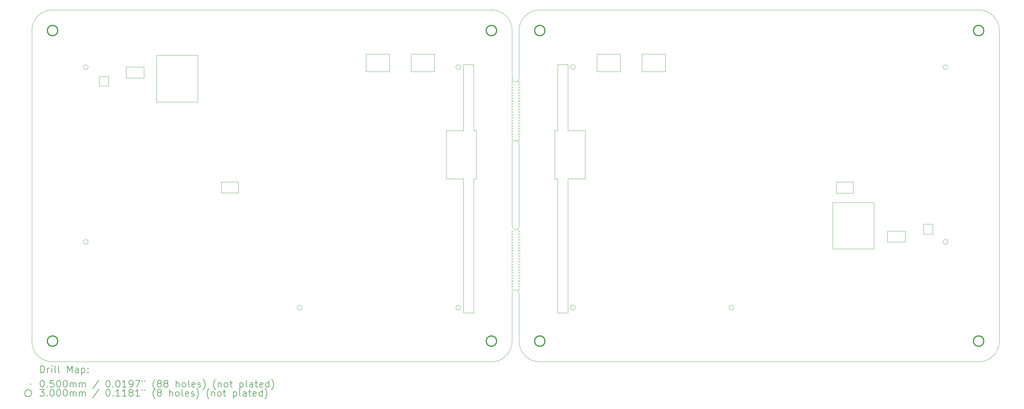
<source format=gbr>
%TF.GenerationSoftware,KiCad,Pcbnew,(6.0.11-0)*%
%TF.CreationDate,2023-02-19T21:32:54+08:00*%
%TF.ProjectId,3.1HeatingElement,332e3148-6561-4746-996e-67456c656d65,rev?*%
%TF.SameCoordinates,Original*%
%TF.FileFunction,Drillmap*%
%TF.FilePolarity,Positive*%
%FSLAX45Y45*%
G04 Gerber Fmt 4.5, Leading zero omitted, Abs format (unit mm)*
G04 Created by KiCad (PCBNEW (6.0.11-0)) date 2023-02-19 21:32:54*
%MOMM*%
%LPD*%
G01*
G04 APERTURE LIST*
%ADD10C,0.050000*%
%ADD11C,0.100000*%
%ADD12C,0.000100*%
%ADD13C,0.200000*%
%ADD14C,0.300000*%
G04 APERTURE END LIST*
D10*
X16809272Y-9597648D02*
X16314272Y-9597648D01*
X15935272Y-8200000D02*
X16014272Y-8200000D01*
X14700000Y-10980000D02*
G75*
G03*
X14900000Y-10980000I100000J0D01*
G01*
X14700000Y-6680000D02*
G75*
G03*
X14900000Y-6680000I100000J0D01*
G01*
X3526323Y-6352939D02*
X4043323Y-6352939D01*
X4043323Y-6352939D02*
X4043323Y-6671939D01*
X4043323Y-6671939D02*
X3526323Y-6671939D01*
X3526323Y-6671939D02*
X3526323Y-6352939D01*
D11*
X14100000Y-14900000D02*
G75*
G03*
X14700000Y-14300000I0J600000D01*
G01*
D10*
X2751694Y-6620345D02*
X3017694Y-6620345D01*
X3017694Y-6620345D02*
X3017694Y-6907845D01*
X3017694Y-6907845D02*
X2751694Y-6907845D01*
X2751694Y-6907845D02*
X2751694Y-6620345D01*
X25555272Y-11109648D02*
X26072272Y-11109648D01*
X26072272Y-11109648D02*
X26072272Y-11428648D01*
X26072272Y-11428648D02*
X25555272Y-11428648D01*
X25555272Y-11428648D02*
X25555272Y-11109648D01*
D12*
X8621978Y-13330000D02*
G75*
G03*
X8621978Y-13330000I-70000J0D01*
G01*
D10*
X16014272Y-13483648D02*
X16314272Y-13483648D01*
X28200000Y-14900000D02*
X15500000Y-14900000D01*
X24073772Y-9689648D02*
X24566772Y-9689648D01*
X24566772Y-9689648D02*
X24566772Y-10008648D01*
X24566772Y-10008648D02*
X24073772Y-10008648D01*
X24073772Y-10008648D02*
X24073772Y-9689648D01*
D11*
X14700000Y-5300000D02*
G75*
G03*
X14100000Y-4700000I-600000J0D01*
G01*
D12*
X27309272Y-11425000D02*
G75*
G03*
X27309272Y-11425000I-70000J0D01*
G01*
D10*
X13286533Y-9597646D02*
X12791533Y-9597646D01*
X15935272Y-8200000D02*
X15935272Y-9597648D01*
X16809272Y-8200000D02*
X16809272Y-9597648D01*
X16314272Y-6283648D02*
X16314272Y-8200000D01*
X14900000Y-12920000D02*
G75*
G03*
X14700000Y-12920000I-100000J0D01*
G01*
X18455272Y-5984648D02*
X19129272Y-5984648D01*
X19129272Y-5984648D02*
X19129272Y-6486648D01*
X19129272Y-6486648D02*
X18455272Y-6486648D01*
X18455272Y-6486648D02*
X18455272Y-5984648D01*
X14900000Y-8585000D02*
X14900000Y-10980000D01*
X16014272Y-6283648D02*
X16314272Y-6283648D01*
X28800000Y-5300000D02*
X28800000Y-14300000D01*
X14700000Y-12920000D02*
X14700000Y-14300000D01*
X13286533Y-8200000D02*
X13286533Y-6283646D01*
D11*
X15500000Y-4700000D02*
G75*
G03*
X14900000Y-5300000I0J-600000D01*
G01*
D10*
X13286533Y-8200000D02*
X12791533Y-8200000D01*
D12*
X16529277Y-6359999D02*
G75*
G03*
X16529277Y-6359999I-70000J0D01*
G01*
D10*
X13586533Y-6283646D02*
X13586533Y-8200000D01*
X800000Y-5300000D02*
X800000Y-14300000D01*
D11*
X14900000Y-14300000D02*
G75*
G03*
X15500000Y-14900000I600000J0D01*
G01*
D10*
X13286533Y-6283646D02*
X13586533Y-6283646D01*
D11*
X1400000Y-4700000D02*
G75*
G03*
X800000Y-5300000I0J-600000D01*
G01*
D10*
X16014272Y-13483648D02*
X16014272Y-9597648D01*
X17151272Y-5983648D02*
X17825272Y-5983648D01*
X17825272Y-5983648D02*
X17825272Y-6485648D01*
X17825272Y-6485648D02*
X17151272Y-6485648D01*
X17151272Y-6485648D02*
X17151272Y-5983648D01*
D12*
X16529276Y-13330000D02*
G75*
G03*
X16529276Y-13330000I-70000J0D01*
G01*
D10*
X14700000Y-6680000D02*
X14700000Y-5300000D01*
D12*
X2430728Y-6360000D02*
G75*
G03*
X2430728Y-6360000I-70000J0D01*
G01*
D10*
X1400000Y-4700000D02*
X14100000Y-4700000D01*
X1400000Y-14900000D02*
X14100000Y-14900000D01*
D12*
X27309272Y-6360000D02*
G75*
G03*
X27309272Y-6360000I-70000J0D01*
G01*
D10*
X16314272Y-9597648D02*
X16314272Y-13483648D01*
D12*
X13210724Y-13330000D02*
G75*
G03*
X13210724Y-13330000I-70000J0D01*
G01*
D10*
X6282803Y-9686893D02*
X6775803Y-9686893D01*
X6775803Y-9686893D02*
X6775803Y-10005893D01*
X6775803Y-10005893D02*
X6282803Y-10005893D01*
X6282803Y-10005893D02*
X6282803Y-9686893D01*
D11*
X28800000Y-5300000D02*
G75*
G03*
X28200000Y-4700000I-600000J0D01*
G01*
D10*
X13286533Y-13483646D02*
X13286533Y-9597646D01*
X5603290Y-7369000D02*
X4412290Y-7369000D01*
X4412290Y-7369000D02*
X4412290Y-6016000D01*
X4412290Y-6016000D02*
X5603290Y-6016000D01*
X5603290Y-6016000D02*
X5603290Y-7369000D01*
X14900000Y-5300000D02*
X14900000Y-6680000D01*
X13586533Y-13483646D02*
X13586533Y-9597646D01*
X13286533Y-13483646D02*
X13586533Y-13483646D01*
X26602272Y-10905898D02*
X26868272Y-10905898D01*
X26868272Y-10905898D02*
X26868272Y-11193398D01*
X26868272Y-11193398D02*
X26602272Y-11193398D01*
X26602272Y-11193398D02*
X26602272Y-10905898D01*
X13586533Y-9597646D02*
X13665533Y-9597646D01*
D11*
X800000Y-14300000D02*
G75*
G03*
X1400000Y-14900000I600000J0D01*
G01*
D10*
X13586533Y-8200000D02*
X13665533Y-8200000D01*
X15935272Y-9597648D02*
X16014272Y-9597648D01*
D12*
X13210723Y-6359999D02*
G75*
G03*
X13210723Y-6359999I-70000J0D01*
G01*
D11*
X28200000Y-14900000D02*
G75*
G03*
X28800000Y-14300000I0J600000D01*
G01*
D12*
X2430728Y-11425000D02*
G75*
G03*
X2430728Y-11425000I-70000J0D01*
G01*
D10*
X13665533Y-9597646D02*
X13665533Y-8200000D01*
X16809272Y-8200000D02*
X16314272Y-8200000D01*
X14900000Y-12920000D02*
X14900000Y-14300000D01*
X16014272Y-8200000D02*
X16014272Y-6283648D01*
X11775533Y-5983646D02*
X12449533Y-5983646D01*
X12449533Y-5983646D02*
X12449533Y-6485646D01*
X12449533Y-6485646D02*
X11775533Y-6485646D01*
X11775533Y-6485646D02*
X11775533Y-5983646D01*
X14900000Y-8585000D02*
G75*
G03*
X14700000Y-8585000I-100000J0D01*
G01*
X23976272Y-10278648D02*
X25167272Y-10278648D01*
X25167272Y-10278648D02*
X25167272Y-11631648D01*
X25167272Y-11631648D02*
X23976272Y-11631648D01*
X23976272Y-11631648D02*
X23976272Y-10278648D01*
D12*
X21118022Y-13330000D02*
G75*
G03*
X21118022Y-13330000I-70000J0D01*
G01*
D10*
X14700000Y-8585000D02*
X14700000Y-10980000D01*
X28200000Y-4700000D02*
X15500000Y-4700000D01*
X10471533Y-5984646D02*
X11145533Y-5984646D01*
X11145533Y-5984646D02*
X11145533Y-6486646D01*
X11145533Y-6486646D02*
X10471533Y-6486646D01*
X10471533Y-6486646D02*
X10471533Y-5984646D01*
X12791533Y-9597646D02*
X12791533Y-8200000D01*
D13*
D10*
X14677500Y-6760000D02*
X14727500Y-6810000D01*
X14727500Y-6760000D02*
X14677500Y-6810000D01*
X14677500Y-6840000D02*
X14727500Y-6890000D01*
X14727500Y-6840000D02*
X14677500Y-6890000D01*
X14677500Y-6920000D02*
X14727500Y-6970000D01*
X14727500Y-6920000D02*
X14677500Y-6970000D01*
X14677500Y-7000000D02*
X14727500Y-7050000D01*
X14727500Y-7000000D02*
X14677500Y-7050000D01*
X14677500Y-7080000D02*
X14727500Y-7130000D01*
X14727500Y-7080000D02*
X14677500Y-7130000D01*
X14677500Y-7160000D02*
X14727500Y-7210000D01*
X14727500Y-7160000D02*
X14677500Y-7210000D01*
X14677500Y-7235000D02*
X14727500Y-7285000D01*
X14727500Y-7235000D02*
X14677500Y-7285000D01*
X14677500Y-7315000D02*
X14727500Y-7365000D01*
X14727500Y-7315000D02*
X14677500Y-7365000D01*
X14677500Y-7395000D02*
X14727500Y-7445000D01*
X14727500Y-7395000D02*
X14677500Y-7445000D01*
X14677500Y-7475000D02*
X14727500Y-7525000D01*
X14727500Y-7475000D02*
X14677500Y-7525000D01*
X14677500Y-7555000D02*
X14727500Y-7605000D01*
X14727500Y-7555000D02*
X14677500Y-7605000D01*
X14677500Y-7635000D02*
X14727500Y-7685000D01*
X14727500Y-7635000D02*
X14677500Y-7685000D01*
X14677500Y-7715000D02*
X14727500Y-7765000D01*
X14727500Y-7715000D02*
X14677500Y-7765000D01*
X14677500Y-7795000D02*
X14727500Y-7845000D01*
X14727500Y-7795000D02*
X14677500Y-7845000D01*
X14677500Y-7875000D02*
X14727500Y-7925000D01*
X14727500Y-7875000D02*
X14677500Y-7925000D01*
X14677500Y-7955000D02*
X14727500Y-8005000D01*
X14727500Y-7955000D02*
X14677500Y-8005000D01*
X14677500Y-8035000D02*
X14727500Y-8085000D01*
X14727500Y-8035000D02*
X14677500Y-8085000D01*
X14677500Y-8115000D02*
X14727500Y-8165000D01*
X14727500Y-8115000D02*
X14677500Y-8165000D01*
X14677500Y-8195000D02*
X14727500Y-8245000D01*
X14727500Y-8195000D02*
X14677500Y-8245000D01*
X14677500Y-8275000D02*
X14727500Y-8325000D01*
X14727500Y-8275000D02*
X14677500Y-8325000D01*
X14677500Y-8355000D02*
X14727500Y-8405000D01*
X14727500Y-8355000D02*
X14677500Y-8405000D01*
X14677500Y-8435000D02*
X14727500Y-8485000D01*
X14727500Y-8435000D02*
X14677500Y-8485000D01*
X14677500Y-11095000D02*
X14727500Y-11145000D01*
X14727500Y-11095000D02*
X14677500Y-11145000D01*
X14677500Y-11175000D02*
X14727500Y-11225000D01*
X14727500Y-11175000D02*
X14677500Y-11225000D01*
X14677500Y-11255000D02*
X14727500Y-11305000D01*
X14727500Y-11255000D02*
X14677500Y-11305000D01*
X14677500Y-11335000D02*
X14727500Y-11385000D01*
X14727500Y-11335000D02*
X14677500Y-11385000D01*
X14677500Y-11415000D02*
X14727500Y-11465000D01*
X14727500Y-11415000D02*
X14677500Y-11465000D01*
X14677500Y-11495000D02*
X14727500Y-11545000D01*
X14727500Y-11495000D02*
X14677500Y-11545000D01*
X14677500Y-11570000D02*
X14727500Y-11620000D01*
X14727500Y-11570000D02*
X14677500Y-11620000D01*
X14677500Y-11650000D02*
X14727500Y-11700000D01*
X14727500Y-11650000D02*
X14677500Y-11700000D01*
X14677500Y-11730000D02*
X14727500Y-11780000D01*
X14727500Y-11730000D02*
X14677500Y-11780000D01*
X14677500Y-11810000D02*
X14727500Y-11860000D01*
X14727500Y-11810000D02*
X14677500Y-11860000D01*
X14677500Y-11890000D02*
X14727500Y-11940000D01*
X14727500Y-11890000D02*
X14677500Y-11940000D01*
X14677500Y-11970000D02*
X14727500Y-12020000D01*
X14727500Y-11970000D02*
X14677500Y-12020000D01*
X14677500Y-12050000D02*
X14727500Y-12100000D01*
X14727500Y-12050000D02*
X14677500Y-12100000D01*
X14677500Y-12130000D02*
X14727500Y-12180000D01*
X14727500Y-12130000D02*
X14677500Y-12180000D01*
X14677500Y-12210000D02*
X14727500Y-12260000D01*
X14727500Y-12210000D02*
X14677500Y-12260000D01*
X14677500Y-12290000D02*
X14727500Y-12340000D01*
X14727500Y-12290000D02*
X14677500Y-12340000D01*
X14677500Y-12370000D02*
X14727500Y-12420000D01*
X14727500Y-12370000D02*
X14677500Y-12420000D01*
X14677500Y-12450000D02*
X14727500Y-12500000D01*
X14727500Y-12450000D02*
X14677500Y-12500000D01*
X14677500Y-12530000D02*
X14727500Y-12580000D01*
X14727500Y-12530000D02*
X14677500Y-12580000D01*
X14677500Y-12610000D02*
X14727500Y-12660000D01*
X14727500Y-12610000D02*
X14677500Y-12660000D01*
X14677500Y-12690000D02*
X14727500Y-12740000D01*
X14727500Y-12690000D02*
X14677500Y-12740000D01*
X14677500Y-12770000D02*
X14727500Y-12820000D01*
X14727500Y-12770000D02*
X14677500Y-12820000D01*
X14872500Y-6760000D02*
X14922500Y-6810000D01*
X14922500Y-6760000D02*
X14872500Y-6810000D01*
X14872500Y-6840000D02*
X14922500Y-6890000D01*
X14922500Y-6840000D02*
X14872500Y-6890000D01*
X14872500Y-6920000D02*
X14922500Y-6970000D01*
X14922500Y-6920000D02*
X14872500Y-6970000D01*
X14872500Y-7000000D02*
X14922500Y-7050000D01*
X14922500Y-7000000D02*
X14872500Y-7050000D01*
X14872500Y-7080000D02*
X14922500Y-7130000D01*
X14922500Y-7080000D02*
X14872500Y-7130000D01*
X14872500Y-7160000D02*
X14922500Y-7210000D01*
X14922500Y-7160000D02*
X14872500Y-7210000D01*
X14872500Y-7235000D02*
X14922500Y-7285000D01*
X14922500Y-7235000D02*
X14872500Y-7285000D01*
X14872500Y-7315000D02*
X14922500Y-7365000D01*
X14922500Y-7315000D02*
X14872500Y-7365000D01*
X14872500Y-7395000D02*
X14922500Y-7445000D01*
X14922500Y-7395000D02*
X14872500Y-7445000D01*
X14872500Y-7475000D02*
X14922500Y-7525000D01*
X14922500Y-7475000D02*
X14872500Y-7525000D01*
X14872500Y-7555000D02*
X14922500Y-7605000D01*
X14922500Y-7555000D02*
X14872500Y-7605000D01*
X14872500Y-7635000D02*
X14922500Y-7685000D01*
X14922500Y-7635000D02*
X14872500Y-7685000D01*
X14872500Y-7715000D02*
X14922500Y-7765000D01*
X14922500Y-7715000D02*
X14872500Y-7765000D01*
X14872500Y-7795000D02*
X14922500Y-7845000D01*
X14922500Y-7795000D02*
X14872500Y-7845000D01*
X14872500Y-7875000D02*
X14922500Y-7925000D01*
X14922500Y-7875000D02*
X14872500Y-7925000D01*
X14872500Y-7955000D02*
X14922500Y-8005000D01*
X14922500Y-7955000D02*
X14872500Y-8005000D01*
X14872500Y-8035000D02*
X14922500Y-8085000D01*
X14922500Y-8035000D02*
X14872500Y-8085000D01*
X14872500Y-8115000D02*
X14922500Y-8165000D01*
X14922500Y-8115000D02*
X14872500Y-8165000D01*
X14872500Y-8195000D02*
X14922500Y-8245000D01*
X14922500Y-8195000D02*
X14872500Y-8245000D01*
X14872500Y-8275000D02*
X14922500Y-8325000D01*
X14922500Y-8275000D02*
X14872500Y-8325000D01*
X14872500Y-8355000D02*
X14922500Y-8405000D01*
X14922500Y-8355000D02*
X14872500Y-8405000D01*
X14872500Y-8435000D02*
X14922500Y-8485000D01*
X14922500Y-8435000D02*
X14872500Y-8485000D01*
X14872500Y-11095000D02*
X14922500Y-11145000D01*
X14922500Y-11095000D02*
X14872500Y-11145000D01*
X14872500Y-11175000D02*
X14922500Y-11225000D01*
X14922500Y-11175000D02*
X14872500Y-11225000D01*
X14872500Y-11255000D02*
X14922500Y-11305000D01*
X14922500Y-11255000D02*
X14872500Y-11305000D01*
X14872500Y-11335000D02*
X14922500Y-11385000D01*
X14922500Y-11335000D02*
X14872500Y-11385000D01*
X14872500Y-11415000D02*
X14922500Y-11465000D01*
X14922500Y-11415000D02*
X14872500Y-11465000D01*
X14872500Y-11495000D02*
X14922500Y-11545000D01*
X14922500Y-11495000D02*
X14872500Y-11545000D01*
X14872500Y-11570000D02*
X14922500Y-11620000D01*
X14922500Y-11570000D02*
X14872500Y-11620000D01*
X14872500Y-11650000D02*
X14922500Y-11700000D01*
X14922500Y-11650000D02*
X14872500Y-11700000D01*
X14872500Y-11730000D02*
X14922500Y-11780000D01*
X14922500Y-11730000D02*
X14872500Y-11780000D01*
X14872500Y-11810000D02*
X14922500Y-11860000D01*
X14922500Y-11810000D02*
X14872500Y-11860000D01*
X14872500Y-11890000D02*
X14922500Y-11940000D01*
X14922500Y-11890000D02*
X14872500Y-11940000D01*
X14872500Y-11970000D02*
X14922500Y-12020000D01*
X14922500Y-11970000D02*
X14872500Y-12020000D01*
X14872500Y-12050000D02*
X14922500Y-12100000D01*
X14922500Y-12050000D02*
X14872500Y-12100000D01*
X14872500Y-12130000D02*
X14922500Y-12180000D01*
X14922500Y-12130000D02*
X14872500Y-12180000D01*
X14872500Y-12210000D02*
X14922500Y-12260000D01*
X14922500Y-12210000D02*
X14872500Y-12260000D01*
X14872500Y-12290000D02*
X14922500Y-12340000D01*
X14922500Y-12290000D02*
X14872500Y-12340000D01*
X14872500Y-12370000D02*
X14922500Y-12420000D01*
X14922500Y-12370000D02*
X14872500Y-12420000D01*
X14872500Y-12450000D02*
X14922500Y-12500000D01*
X14922500Y-12450000D02*
X14872500Y-12500000D01*
X14872500Y-12530000D02*
X14922500Y-12580000D01*
X14922500Y-12530000D02*
X14872500Y-12580000D01*
X14872500Y-12610000D02*
X14922500Y-12660000D01*
X14922500Y-12610000D02*
X14872500Y-12660000D01*
X14872500Y-12690000D02*
X14922500Y-12740000D01*
X14922500Y-12690000D02*
X14872500Y-12740000D01*
X14872500Y-12770000D02*
X14922500Y-12820000D01*
X14922500Y-12770000D02*
X14872500Y-12820000D01*
D14*
X1550000Y-5300000D02*
G75*
G03*
X1550000Y-5300000I-150000J0D01*
G01*
X1550000Y-14300000D02*
G75*
G03*
X1550000Y-14300000I-150000J0D01*
G01*
X14250000Y-5300000D02*
G75*
G03*
X14250000Y-5300000I-150000J0D01*
G01*
X14250000Y-14300000D02*
G75*
G03*
X14250000Y-14300000I-150000J0D01*
G01*
X15650000Y-5300000D02*
G75*
G03*
X15650000Y-5300000I-150000J0D01*
G01*
X15650000Y-14300000D02*
G75*
G03*
X15650000Y-14300000I-150000J0D01*
G01*
X28350000Y-5300000D02*
G75*
G03*
X28350000Y-5300000I-150000J0D01*
G01*
X28350000Y-14300000D02*
G75*
G03*
X28350000Y-14300000I-150000J0D01*
G01*
D13*
X1052619Y-15215476D02*
X1052619Y-15015476D01*
X1100238Y-15015476D01*
X1128810Y-15025000D01*
X1147857Y-15044048D01*
X1157381Y-15063095D01*
X1166905Y-15101190D01*
X1166905Y-15129762D01*
X1157381Y-15167857D01*
X1147857Y-15186905D01*
X1128810Y-15205952D01*
X1100238Y-15215476D01*
X1052619Y-15215476D01*
X1252619Y-15215476D02*
X1252619Y-15082143D01*
X1252619Y-15120238D02*
X1262143Y-15101190D01*
X1271667Y-15091667D01*
X1290714Y-15082143D01*
X1309762Y-15082143D01*
X1376429Y-15215476D02*
X1376429Y-15082143D01*
X1376429Y-15015476D02*
X1366905Y-15025000D01*
X1376429Y-15034524D01*
X1385952Y-15025000D01*
X1376429Y-15015476D01*
X1376429Y-15034524D01*
X1500238Y-15215476D02*
X1481190Y-15205952D01*
X1471667Y-15186905D01*
X1471667Y-15015476D01*
X1605000Y-15215476D02*
X1585952Y-15205952D01*
X1576428Y-15186905D01*
X1576428Y-15015476D01*
X1833571Y-15215476D02*
X1833571Y-15015476D01*
X1900238Y-15158333D01*
X1966905Y-15015476D01*
X1966905Y-15215476D01*
X2147857Y-15215476D02*
X2147857Y-15110714D01*
X2138333Y-15091667D01*
X2119286Y-15082143D01*
X2081190Y-15082143D01*
X2062143Y-15091667D01*
X2147857Y-15205952D02*
X2128810Y-15215476D01*
X2081190Y-15215476D01*
X2062143Y-15205952D01*
X2052619Y-15186905D01*
X2052619Y-15167857D01*
X2062143Y-15148809D01*
X2081190Y-15139286D01*
X2128810Y-15139286D01*
X2147857Y-15129762D01*
X2243095Y-15082143D02*
X2243095Y-15282143D01*
X2243095Y-15091667D02*
X2262143Y-15082143D01*
X2300238Y-15082143D01*
X2319286Y-15091667D01*
X2328810Y-15101190D01*
X2338333Y-15120238D01*
X2338333Y-15177381D01*
X2328810Y-15196428D01*
X2319286Y-15205952D01*
X2300238Y-15215476D01*
X2262143Y-15215476D01*
X2243095Y-15205952D01*
X2424048Y-15196428D02*
X2433571Y-15205952D01*
X2424048Y-15215476D01*
X2414524Y-15205952D01*
X2424048Y-15196428D01*
X2424048Y-15215476D01*
X2424048Y-15091667D02*
X2433571Y-15101190D01*
X2424048Y-15110714D01*
X2414524Y-15101190D01*
X2424048Y-15091667D01*
X2424048Y-15110714D01*
D10*
X745000Y-15520000D02*
X795000Y-15570000D01*
X795000Y-15520000D02*
X745000Y-15570000D01*
D13*
X1090714Y-15435476D02*
X1109762Y-15435476D01*
X1128810Y-15445000D01*
X1138333Y-15454524D01*
X1147857Y-15473571D01*
X1157381Y-15511667D01*
X1157381Y-15559286D01*
X1147857Y-15597381D01*
X1138333Y-15616428D01*
X1128810Y-15625952D01*
X1109762Y-15635476D01*
X1090714Y-15635476D01*
X1071667Y-15625952D01*
X1062143Y-15616428D01*
X1052619Y-15597381D01*
X1043095Y-15559286D01*
X1043095Y-15511667D01*
X1052619Y-15473571D01*
X1062143Y-15454524D01*
X1071667Y-15445000D01*
X1090714Y-15435476D01*
X1243095Y-15616428D02*
X1252619Y-15625952D01*
X1243095Y-15635476D01*
X1233571Y-15625952D01*
X1243095Y-15616428D01*
X1243095Y-15635476D01*
X1433571Y-15435476D02*
X1338333Y-15435476D01*
X1328810Y-15530714D01*
X1338333Y-15521190D01*
X1357381Y-15511667D01*
X1405000Y-15511667D01*
X1424048Y-15521190D01*
X1433571Y-15530714D01*
X1443095Y-15549762D01*
X1443095Y-15597381D01*
X1433571Y-15616428D01*
X1424048Y-15625952D01*
X1405000Y-15635476D01*
X1357381Y-15635476D01*
X1338333Y-15625952D01*
X1328810Y-15616428D01*
X1566905Y-15435476D02*
X1585952Y-15435476D01*
X1605000Y-15445000D01*
X1614524Y-15454524D01*
X1624048Y-15473571D01*
X1633571Y-15511667D01*
X1633571Y-15559286D01*
X1624048Y-15597381D01*
X1614524Y-15616428D01*
X1605000Y-15625952D01*
X1585952Y-15635476D01*
X1566905Y-15635476D01*
X1547857Y-15625952D01*
X1538333Y-15616428D01*
X1528809Y-15597381D01*
X1519286Y-15559286D01*
X1519286Y-15511667D01*
X1528809Y-15473571D01*
X1538333Y-15454524D01*
X1547857Y-15445000D01*
X1566905Y-15435476D01*
X1757381Y-15435476D02*
X1776428Y-15435476D01*
X1795476Y-15445000D01*
X1805000Y-15454524D01*
X1814524Y-15473571D01*
X1824048Y-15511667D01*
X1824048Y-15559286D01*
X1814524Y-15597381D01*
X1805000Y-15616428D01*
X1795476Y-15625952D01*
X1776428Y-15635476D01*
X1757381Y-15635476D01*
X1738333Y-15625952D01*
X1728809Y-15616428D01*
X1719286Y-15597381D01*
X1709762Y-15559286D01*
X1709762Y-15511667D01*
X1719286Y-15473571D01*
X1728809Y-15454524D01*
X1738333Y-15445000D01*
X1757381Y-15435476D01*
X1909762Y-15635476D02*
X1909762Y-15502143D01*
X1909762Y-15521190D02*
X1919286Y-15511667D01*
X1938333Y-15502143D01*
X1966905Y-15502143D01*
X1985952Y-15511667D01*
X1995476Y-15530714D01*
X1995476Y-15635476D01*
X1995476Y-15530714D02*
X2005000Y-15511667D01*
X2024048Y-15502143D01*
X2052619Y-15502143D01*
X2071667Y-15511667D01*
X2081190Y-15530714D01*
X2081190Y-15635476D01*
X2176429Y-15635476D02*
X2176429Y-15502143D01*
X2176429Y-15521190D02*
X2185952Y-15511667D01*
X2205000Y-15502143D01*
X2233571Y-15502143D01*
X2252619Y-15511667D01*
X2262143Y-15530714D01*
X2262143Y-15635476D01*
X2262143Y-15530714D02*
X2271667Y-15511667D01*
X2290714Y-15502143D01*
X2319286Y-15502143D01*
X2338333Y-15511667D01*
X2347857Y-15530714D01*
X2347857Y-15635476D01*
X2738333Y-15425952D02*
X2566905Y-15683095D01*
X2995476Y-15435476D02*
X3014524Y-15435476D01*
X3033571Y-15445000D01*
X3043095Y-15454524D01*
X3052619Y-15473571D01*
X3062143Y-15511667D01*
X3062143Y-15559286D01*
X3052619Y-15597381D01*
X3043095Y-15616428D01*
X3033571Y-15625952D01*
X3014524Y-15635476D01*
X2995476Y-15635476D01*
X2976428Y-15625952D01*
X2966905Y-15616428D01*
X2957381Y-15597381D01*
X2947857Y-15559286D01*
X2947857Y-15511667D01*
X2957381Y-15473571D01*
X2966905Y-15454524D01*
X2976428Y-15445000D01*
X2995476Y-15435476D01*
X3147857Y-15616428D02*
X3157381Y-15625952D01*
X3147857Y-15635476D01*
X3138333Y-15625952D01*
X3147857Y-15616428D01*
X3147857Y-15635476D01*
X3281190Y-15435476D02*
X3300238Y-15435476D01*
X3319286Y-15445000D01*
X3328809Y-15454524D01*
X3338333Y-15473571D01*
X3347857Y-15511667D01*
X3347857Y-15559286D01*
X3338333Y-15597381D01*
X3328809Y-15616428D01*
X3319286Y-15625952D01*
X3300238Y-15635476D01*
X3281190Y-15635476D01*
X3262143Y-15625952D01*
X3252619Y-15616428D01*
X3243095Y-15597381D01*
X3233571Y-15559286D01*
X3233571Y-15511667D01*
X3243095Y-15473571D01*
X3252619Y-15454524D01*
X3262143Y-15445000D01*
X3281190Y-15435476D01*
X3538333Y-15635476D02*
X3424048Y-15635476D01*
X3481190Y-15635476D02*
X3481190Y-15435476D01*
X3462143Y-15464048D01*
X3443095Y-15483095D01*
X3424048Y-15492619D01*
X3633571Y-15635476D02*
X3671667Y-15635476D01*
X3690714Y-15625952D01*
X3700238Y-15616428D01*
X3719286Y-15587857D01*
X3728809Y-15549762D01*
X3728809Y-15473571D01*
X3719286Y-15454524D01*
X3709762Y-15445000D01*
X3690714Y-15435476D01*
X3652619Y-15435476D01*
X3633571Y-15445000D01*
X3624048Y-15454524D01*
X3614524Y-15473571D01*
X3614524Y-15521190D01*
X3624048Y-15540238D01*
X3633571Y-15549762D01*
X3652619Y-15559286D01*
X3690714Y-15559286D01*
X3709762Y-15549762D01*
X3719286Y-15540238D01*
X3728809Y-15521190D01*
X3795476Y-15435476D02*
X3928809Y-15435476D01*
X3843095Y-15635476D01*
X3995476Y-15435476D02*
X3995476Y-15473571D01*
X4071667Y-15435476D02*
X4071667Y-15473571D01*
X4366905Y-15711667D02*
X4357381Y-15702143D01*
X4338333Y-15673571D01*
X4328810Y-15654524D01*
X4319286Y-15625952D01*
X4309762Y-15578333D01*
X4309762Y-15540238D01*
X4319286Y-15492619D01*
X4328810Y-15464048D01*
X4338333Y-15445000D01*
X4357381Y-15416428D01*
X4366905Y-15406905D01*
X4471667Y-15521190D02*
X4452619Y-15511667D01*
X4443095Y-15502143D01*
X4433571Y-15483095D01*
X4433571Y-15473571D01*
X4443095Y-15454524D01*
X4452619Y-15445000D01*
X4471667Y-15435476D01*
X4509762Y-15435476D01*
X4528810Y-15445000D01*
X4538333Y-15454524D01*
X4547857Y-15473571D01*
X4547857Y-15483095D01*
X4538333Y-15502143D01*
X4528810Y-15511667D01*
X4509762Y-15521190D01*
X4471667Y-15521190D01*
X4452619Y-15530714D01*
X4443095Y-15540238D01*
X4433571Y-15559286D01*
X4433571Y-15597381D01*
X4443095Y-15616428D01*
X4452619Y-15625952D01*
X4471667Y-15635476D01*
X4509762Y-15635476D01*
X4528810Y-15625952D01*
X4538333Y-15616428D01*
X4547857Y-15597381D01*
X4547857Y-15559286D01*
X4538333Y-15540238D01*
X4528810Y-15530714D01*
X4509762Y-15521190D01*
X4662143Y-15521190D02*
X4643095Y-15511667D01*
X4633571Y-15502143D01*
X4624048Y-15483095D01*
X4624048Y-15473571D01*
X4633571Y-15454524D01*
X4643095Y-15445000D01*
X4662143Y-15435476D01*
X4700238Y-15435476D01*
X4719286Y-15445000D01*
X4728810Y-15454524D01*
X4738333Y-15473571D01*
X4738333Y-15483095D01*
X4728810Y-15502143D01*
X4719286Y-15511667D01*
X4700238Y-15521190D01*
X4662143Y-15521190D01*
X4643095Y-15530714D01*
X4633571Y-15540238D01*
X4624048Y-15559286D01*
X4624048Y-15597381D01*
X4633571Y-15616428D01*
X4643095Y-15625952D01*
X4662143Y-15635476D01*
X4700238Y-15635476D01*
X4719286Y-15625952D01*
X4728810Y-15616428D01*
X4738333Y-15597381D01*
X4738333Y-15559286D01*
X4728810Y-15540238D01*
X4719286Y-15530714D01*
X4700238Y-15521190D01*
X4976429Y-15635476D02*
X4976429Y-15435476D01*
X5062143Y-15635476D02*
X5062143Y-15530714D01*
X5052619Y-15511667D01*
X5033571Y-15502143D01*
X5005000Y-15502143D01*
X4985952Y-15511667D01*
X4976429Y-15521190D01*
X5185952Y-15635476D02*
X5166905Y-15625952D01*
X5157381Y-15616428D01*
X5147857Y-15597381D01*
X5147857Y-15540238D01*
X5157381Y-15521190D01*
X5166905Y-15511667D01*
X5185952Y-15502143D01*
X5214524Y-15502143D01*
X5233571Y-15511667D01*
X5243095Y-15521190D01*
X5252619Y-15540238D01*
X5252619Y-15597381D01*
X5243095Y-15616428D01*
X5233571Y-15625952D01*
X5214524Y-15635476D01*
X5185952Y-15635476D01*
X5366905Y-15635476D02*
X5347857Y-15625952D01*
X5338333Y-15606905D01*
X5338333Y-15435476D01*
X5519286Y-15625952D02*
X5500238Y-15635476D01*
X5462143Y-15635476D01*
X5443095Y-15625952D01*
X5433571Y-15606905D01*
X5433571Y-15530714D01*
X5443095Y-15511667D01*
X5462143Y-15502143D01*
X5500238Y-15502143D01*
X5519286Y-15511667D01*
X5528810Y-15530714D01*
X5528810Y-15549762D01*
X5433571Y-15568809D01*
X5605000Y-15625952D02*
X5624048Y-15635476D01*
X5662143Y-15635476D01*
X5681190Y-15625952D01*
X5690714Y-15606905D01*
X5690714Y-15597381D01*
X5681190Y-15578333D01*
X5662143Y-15568809D01*
X5633571Y-15568809D01*
X5614524Y-15559286D01*
X5605000Y-15540238D01*
X5605000Y-15530714D01*
X5614524Y-15511667D01*
X5633571Y-15502143D01*
X5662143Y-15502143D01*
X5681190Y-15511667D01*
X5757381Y-15711667D02*
X5766905Y-15702143D01*
X5785952Y-15673571D01*
X5795476Y-15654524D01*
X5805000Y-15625952D01*
X5814524Y-15578333D01*
X5814524Y-15540238D01*
X5805000Y-15492619D01*
X5795476Y-15464048D01*
X5785952Y-15445000D01*
X5766905Y-15416428D01*
X5757381Y-15406905D01*
X6119286Y-15711667D02*
X6109762Y-15702143D01*
X6090714Y-15673571D01*
X6081190Y-15654524D01*
X6071667Y-15625952D01*
X6062143Y-15578333D01*
X6062143Y-15540238D01*
X6071667Y-15492619D01*
X6081190Y-15464048D01*
X6090714Y-15445000D01*
X6109762Y-15416428D01*
X6119286Y-15406905D01*
X6195476Y-15502143D02*
X6195476Y-15635476D01*
X6195476Y-15521190D02*
X6205000Y-15511667D01*
X6224048Y-15502143D01*
X6252619Y-15502143D01*
X6271667Y-15511667D01*
X6281190Y-15530714D01*
X6281190Y-15635476D01*
X6405000Y-15635476D02*
X6385952Y-15625952D01*
X6376428Y-15616428D01*
X6366905Y-15597381D01*
X6366905Y-15540238D01*
X6376428Y-15521190D01*
X6385952Y-15511667D01*
X6405000Y-15502143D01*
X6433571Y-15502143D01*
X6452619Y-15511667D01*
X6462143Y-15521190D01*
X6471667Y-15540238D01*
X6471667Y-15597381D01*
X6462143Y-15616428D01*
X6452619Y-15625952D01*
X6433571Y-15635476D01*
X6405000Y-15635476D01*
X6528809Y-15502143D02*
X6605000Y-15502143D01*
X6557381Y-15435476D02*
X6557381Y-15606905D01*
X6566905Y-15625952D01*
X6585952Y-15635476D01*
X6605000Y-15635476D01*
X6824048Y-15502143D02*
X6824048Y-15702143D01*
X6824048Y-15511667D02*
X6843095Y-15502143D01*
X6881190Y-15502143D01*
X6900238Y-15511667D01*
X6909762Y-15521190D01*
X6919286Y-15540238D01*
X6919286Y-15597381D01*
X6909762Y-15616428D01*
X6900238Y-15625952D01*
X6881190Y-15635476D01*
X6843095Y-15635476D01*
X6824048Y-15625952D01*
X7033571Y-15635476D02*
X7014524Y-15625952D01*
X7005000Y-15606905D01*
X7005000Y-15435476D01*
X7195476Y-15635476D02*
X7195476Y-15530714D01*
X7185952Y-15511667D01*
X7166905Y-15502143D01*
X7128809Y-15502143D01*
X7109762Y-15511667D01*
X7195476Y-15625952D02*
X7176428Y-15635476D01*
X7128809Y-15635476D01*
X7109762Y-15625952D01*
X7100238Y-15606905D01*
X7100238Y-15587857D01*
X7109762Y-15568809D01*
X7128809Y-15559286D01*
X7176428Y-15559286D01*
X7195476Y-15549762D01*
X7262143Y-15502143D02*
X7338333Y-15502143D01*
X7290714Y-15435476D02*
X7290714Y-15606905D01*
X7300238Y-15625952D01*
X7319286Y-15635476D01*
X7338333Y-15635476D01*
X7481190Y-15625952D02*
X7462143Y-15635476D01*
X7424048Y-15635476D01*
X7405000Y-15625952D01*
X7395476Y-15606905D01*
X7395476Y-15530714D01*
X7405000Y-15511667D01*
X7424048Y-15502143D01*
X7462143Y-15502143D01*
X7481190Y-15511667D01*
X7490714Y-15530714D01*
X7490714Y-15549762D01*
X7395476Y-15568809D01*
X7662143Y-15635476D02*
X7662143Y-15435476D01*
X7662143Y-15625952D02*
X7643095Y-15635476D01*
X7605000Y-15635476D01*
X7585952Y-15625952D01*
X7576428Y-15616428D01*
X7566905Y-15597381D01*
X7566905Y-15540238D01*
X7576428Y-15521190D01*
X7585952Y-15511667D01*
X7605000Y-15502143D01*
X7643095Y-15502143D01*
X7662143Y-15511667D01*
X7738333Y-15711667D02*
X7747857Y-15702143D01*
X7766905Y-15673571D01*
X7776428Y-15654524D01*
X7785952Y-15625952D01*
X7795476Y-15578333D01*
X7795476Y-15540238D01*
X7785952Y-15492619D01*
X7776428Y-15464048D01*
X7766905Y-15445000D01*
X7747857Y-15416428D01*
X7738333Y-15406905D01*
X795000Y-15809000D02*
G75*
G03*
X795000Y-15809000I-100000J0D01*
G01*
X1033571Y-15699476D02*
X1157381Y-15699476D01*
X1090714Y-15775667D01*
X1119286Y-15775667D01*
X1138333Y-15785190D01*
X1147857Y-15794714D01*
X1157381Y-15813762D01*
X1157381Y-15861381D01*
X1147857Y-15880428D01*
X1138333Y-15889952D01*
X1119286Y-15899476D01*
X1062143Y-15899476D01*
X1043095Y-15889952D01*
X1033571Y-15880428D01*
X1243095Y-15880428D02*
X1252619Y-15889952D01*
X1243095Y-15899476D01*
X1233571Y-15889952D01*
X1243095Y-15880428D01*
X1243095Y-15899476D01*
X1376429Y-15699476D02*
X1395476Y-15699476D01*
X1414524Y-15709000D01*
X1424048Y-15718524D01*
X1433571Y-15737571D01*
X1443095Y-15775667D01*
X1443095Y-15823286D01*
X1433571Y-15861381D01*
X1424048Y-15880428D01*
X1414524Y-15889952D01*
X1395476Y-15899476D01*
X1376429Y-15899476D01*
X1357381Y-15889952D01*
X1347857Y-15880428D01*
X1338333Y-15861381D01*
X1328810Y-15823286D01*
X1328810Y-15775667D01*
X1338333Y-15737571D01*
X1347857Y-15718524D01*
X1357381Y-15709000D01*
X1376429Y-15699476D01*
X1566905Y-15699476D02*
X1585952Y-15699476D01*
X1605000Y-15709000D01*
X1614524Y-15718524D01*
X1624048Y-15737571D01*
X1633571Y-15775667D01*
X1633571Y-15823286D01*
X1624048Y-15861381D01*
X1614524Y-15880428D01*
X1605000Y-15889952D01*
X1585952Y-15899476D01*
X1566905Y-15899476D01*
X1547857Y-15889952D01*
X1538333Y-15880428D01*
X1528809Y-15861381D01*
X1519286Y-15823286D01*
X1519286Y-15775667D01*
X1528809Y-15737571D01*
X1538333Y-15718524D01*
X1547857Y-15709000D01*
X1566905Y-15699476D01*
X1757381Y-15699476D02*
X1776428Y-15699476D01*
X1795476Y-15709000D01*
X1805000Y-15718524D01*
X1814524Y-15737571D01*
X1824048Y-15775667D01*
X1824048Y-15823286D01*
X1814524Y-15861381D01*
X1805000Y-15880428D01*
X1795476Y-15889952D01*
X1776428Y-15899476D01*
X1757381Y-15899476D01*
X1738333Y-15889952D01*
X1728809Y-15880428D01*
X1719286Y-15861381D01*
X1709762Y-15823286D01*
X1709762Y-15775667D01*
X1719286Y-15737571D01*
X1728809Y-15718524D01*
X1738333Y-15709000D01*
X1757381Y-15699476D01*
X1909762Y-15899476D02*
X1909762Y-15766143D01*
X1909762Y-15785190D02*
X1919286Y-15775667D01*
X1938333Y-15766143D01*
X1966905Y-15766143D01*
X1985952Y-15775667D01*
X1995476Y-15794714D01*
X1995476Y-15899476D01*
X1995476Y-15794714D02*
X2005000Y-15775667D01*
X2024048Y-15766143D01*
X2052619Y-15766143D01*
X2071667Y-15775667D01*
X2081190Y-15794714D01*
X2081190Y-15899476D01*
X2176429Y-15899476D02*
X2176429Y-15766143D01*
X2176429Y-15785190D02*
X2185952Y-15775667D01*
X2205000Y-15766143D01*
X2233571Y-15766143D01*
X2252619Y-15775667D01*
X2262143Y-15794714D01*
X2262143Y-15899476D01*
X2262143Y-15794714D02*
X2271667Y-15775667D01*
X2290714Y-15766143D01*
X2319286Y-15766143D01*
X2338333Y-15775667D01*
X2347857Y-15794714D01*
X2347857Y-15899476D01*
X2738333Y-15689952D02*
X2566905Y-15947095D01*
X2995476Y-15699476D02*
X3014524Y-15699476D01*
X3033571Y-15709000D01*
X3043095Y-15718524D01*
X3052619Y-15737571D01*
X3062143Y-15775667D01*
X3062143Y-15823286D01*
X3052619Y-15861381D01*
X3043095Y-15880428D01*
X3033571Y-15889952D01*
X3014524Y-15899476D01*
X2995476Y-15899476D01*
X2976428Y-15889952D01*
X2966905Y-15880428D01*
X2957381Y-15861381D01*
X2947857Y-15823286D01*
X2947857Y-15775667D01*
X2957381Y-15737571D01*
X2966905Y-15718524D01*
X2976428Y-15709000D01*
X2995476Y-15699476D01*
X3147857Y-15880428D02*
X3157381Y-15889952D01*
X3147857Y-15899476D01*
X3138333Y-15889952D01*
X3147857Y-15880428D01*
X3147857Y-15899476D01*
X3347857Y-15899476D02*
X3233571Y-15899476D01*
X3290714Y-15899476D02*
X3290714Y-15699476D01*
X3271667Y-15728048D01*
X3252619Y-15747095D01*
X3233571Y-15756619D01*
X3538333Y-15899476D02*
X3424048Y-15899476D01*
X3481190Y-15899476D02*
X3481190Y-15699476D01*
X3462143Y-15728048D01*
X3443095Y-15747095D01*
X3424048Y-15756619D01*
X3652619Y-15785190D02*
X3633571Y-15775667D01*
X3624048Y-15766143D01*
X3614524Y-15747095D01*
X3614524Y-15737571D01*
X3624048Y-15718524D01*
X3633571Y-15709000D01*
X3652619Y-15699476D01*
X3690714Y-15699476D01*
X3709762Y-15709000D01*
X3719286Y-15718524D01*
X3728809Y-15737571D01*
X3728809Y-15747095D01*
X3719286Y-15766143D01*
X3709762Y-15775667D01*
X3690714Y-15785190D01*
X3652619Y-15785190D01*
X3633571Y-15794714D01*
X3624048Y-15804238D01*
X3614524Y-15823286D01*
X3614524Y-15861381D01*
X3624048Y-15880428D01*
X3633571Y-15889952D01*
X3652619Y-15899476D01*
X3690714Y-15899476D01*
X3709762Y-15889952D01*
X3719286Y-15880428D01*
X3728809Y-15861381D01*
X3728809Y-15823286D01*
X3719286Y-15804238D01*
X3709762Y-15794714D01*
X3690714Y-15785190D01*
X3919286Y-15899476D02*
X3805000Y-15899476D01*
X3862143Y-15899476D02*
X3862143Y-15699476D01*
X3843095Y-15728048D01*
X3824048Y-15747095D01*
X3805000Y-15756619D01*
X3995476Y-15699476D02*
X3995476Y-15737571D01*
X4071667Y-15699476D02*
X4071667Y-15737571D01*
X4366905Y-15975667D02*
X4357381Y-15966143D01*
X4338333Y-15937571D01*
X4328810Y-15918524D01*
X4319286Y-15889952D01*
X4309762Y-15842333D01*
X4309762Y-15804238D01*
X4319286Y-15756619D01*
X4328810Y-15728048D01*
X4338333Y-15709000D01*
X4357381Y-15680428D01*
X4366905Y-15670905D01*
X4471667Y-15785190D02*
X4452619Y-15775667D01*
X4443095Y-15766143D01*
X4433571Y-15747095D01*
X4433571Y-15737571D01*
X4443095Y-15718524D01*
X4452619Y-15709000D01*
X4471667Y-15699476D01*
X4509762Y-15699476D01*
X4528810Y-15709000D01*
X4538333Y-15718524D01*
X4547857Y-15737571D01*
X4547857Y-15747095D01*
X4538333Y-15766143D01*
X4528810Y-15775667D01*
X4509762Y-15785190D01*
X4471667Y-15785190D01*
X4452619Y-15794714D01*
X4443095Y-15804238D01*
X4433571Y-15823286D01*
X4433571Y-15861381D01*
X4443095Y-15880428D01*
X4452619Y-15889952D01*
X4471667Y-15899476D01*
X4509762Y-15899476D01*
X4528810Y-15889952D01*
X4538333Y-15880428D01*
X4547857Y-15861381D01*
X4547857Y-15823286D01*
X4538333Y-15804238D01*
X4528810Y-15794714D01*
X4509762Y-15785190D01*
X4785952Y-15899476D02*
X4785952Y-15699476D01*
X4871667Y-15899476D02*
X4871667Y-15794714D01*
X4862143Y-15775667D01*
X4843095Y-15766143D01*
X4814524Y-15766143D01*
X4795476Y-15775667D01*
X4785952Y-15785190D01*
X4995476Y-15899476D02*
X4976429Y-15889952D01*
X4966905Y-15880428D01*
X4957381Y-15861381D01*
X4957381Y-15804238D01*
X4966905Y-15785190D01*
X4976429Y-15775667D01*
X4995476Y-15766143D01*
X5024048Y-15766143D01*
X5043095Y-15775667D01*
X5052619Y-15785190D01*
X5062143Y-15804238D01*
X5062143Y-15861381D01*
X5052619Y-15880428D01*
X5043095Y-15889952D01*
X5024048Y-15899476D01*
X4995476Y-15899476D01*
X5176429Y-15899476D02*
X5157381Y-15889952D01*
X5147857Y-15870905D01*
X5147857Y-15699476D01*
X5328810Y-15889952D02*
X5309762Y-15899476D01*
X5271667Y-15899476D01*
X5252619Y-15889952D01*
X5243095Y-15870905D01*
X5243095Y-15794714D01*
X5252619Y-15775667D01*
X5271667Y-15766143D01*
X5309762Y-15766143D01*
X5328810Y-15775667D01*
X5338333Y-15794714D01*
X5338333Y-15813762D01*
X5243095Y-15832809D01*
X5414524Y-15889952D02*
X5433571Y-15899476D01*
X5471667Y-15899476D01*
X5490714Y-15889952D01*
X5500238Y-15870905D01*
X5500238Y-15861381D01*
X5490714Y-15842333D01*
X5471667Y-15832809D01*
X5443095Y-15832809D01*
X5424048Y-15823286D01*
X5414524Y-15804238D01*
X5414524Y-15794714D01*
X5424048Y-15775667D01*
X5443095Y-15766143D01*
X5471667Y-15766143D01*
X5490714Y-15775667D01*
X5566905Y-15975667D02*
X5576429Y-15966143D01*
X5595476Y-15937571D01*
X5605000Y-15918524D01*
X5614524Y-15889952D01*
X5624048Y-15842333D01*
X5624048Y-15804238D01*
X5614524Y-15756619D01*
X5605000Y-15728048D01*
X5595476Y-15709000D01*
X5576429Y-15680428D01*
X5566905Y-15670905D01*
X5928809Y-15975667D02*
X5919286Y-15966143D01*
X5900238Y-15937571D01*
X5890714Y-15918524D01*
X5881190Y-15889952D01*
X5871667Y-15842333D01*
X5871667Y-15804238D01*
X5881190Y-15756619D01*
X5890714Y-15728048D01*
X5900238Y-15709000D01*
X5919286Y-15680428D01*
X5928809Y-15670905D01*
X6005000Y-15766143D02*
X6005000Y-15899476D01*
X6005000Y-15785190D02*
X6014524Y-15775667D01*
X6033571Y-15766143D01*
X6062143Y-15766143D01*
X6081190Y-15775667D01*
X6090714Y-15794714D01*
X6090714Y-15899476D01*
X6214524Y-15899476D02*
X6195476Y-15889952D01*
X6185952Y-15880428D01*
X6176428Y-15861381D01*
X6176428Y-15804238D01*
X6185952Y-15785190D01*
X6195476Y-15775667D01*
X6214524Y-15766143D01*
X6243095Y-15766143D01*
X6262143Y-15775667D01*
X6271667Y-15785190D01*
X6281190Y-15804238D01*
X6281190Y-15861381D01*
X6271667Y-15880428D01*
X6262143Y-15889952D01*
X6243095Y-15899476D01*
X6214524Y-15899476D01*
X6338333Y-15766143D02*
X6414524Y-15766143D01*
X6366905Y-15699476D02*
X6366905Y-15870905D01*
X6376428Y-15889952D01*
X6395476Y-15899476D01*
X6414524Y-15899476D01*
X6633571Y-15766143D02*
X6633571Y-15966143D01*
X6633571Y-15775667D02*
X6652619Y-15766143D01*
X6690714Y-15766143D01*
X6709762Y-15775667D01*
X6719286Y-15785190D01*
X6728809Y-15804238D01*
X6728809Y-15861381D01*
X6719286Y-15880428D01*
X6709762Y-15889952D01*
X6690714Y-15899476D01*
X6652619Y-15899476D01*
X6633571Y-15889952D01*
X6843095Y-15899476D02*
X6824048Y-15889952D01*
X6814524Y-15870905D01*
X6814524Y-15699476D01*
X7005000Y-15899476D02*
X7005000Y-15794714D01*
X6995476Y-15775667D01*
X6976428Y-15766143D01*
X6938333Y-15766143D01*
X6919286Y-15775667D01*
X7005000Y-15889952D02*
X6985952Y-15899476D01*
X6938333Y-15899476D01*
X6919286Y-15889952D01*
X6909762Y-15870905D01*
X6909762Y-15851857D01*
X6919286Y-15832809D01*
X6938333Y-15823286D01*
X6985952Y-15823286D01*
X7005000Y-15813762D01*
X7071667Y-15766143D02*
X7147857Y-15766143D01*
X7100238Y-15699476D02*
X7100238Y-15870905D01*
X7109762Y-15889952D01*
X7128809Y-15899476D01*
X7147857Y-15899476D01*
X7290714Y-15889952D02*
X7271667Y-15899476D01*
X7233571Y-15899476D01*
X7214524Y-15889952D01*
X7205000Y-15870905D01*
X7205000Y-15794714D01*
X7214524Y-15775667D01*
X7233571Y-15766143D01*
X7271667Y-15766143D01*
X7290714Y-15775667D01*
X7300238Y-15794714D01*
X7300238Y-15813762D01*
X7205000Y-15832809D01*
X7471667Y-15899476D02*
X7471667Y-15699476D01*
X7471667Y-15889952D02*
X7452619Y-15899476D01*
X7414524Y-15899476D01*
X7395476Y-15889952D01*
X7385952Y-15880428D01*
X7376428Y-15861381D01*
X7376428Y-15804238D01*
X7385952Y-15785190D01*
X7395476Y-15775667D01*
X7414524Y-15766143D01*
X7452619Y-15766143D01*
X7471667Y-15775667D01*
X7547857Y-15975667D02*
X7557381Y-15966143D01*
X7576428Y-15937571D01*
X7585952Y-15918524D01*
X7595476Y-15889952D01*
X7605000Y-15842333D01*
X7605000Y-15804238D01*
X7595476Y-15756619D01*
X7585952Y-15728048D01*
X7576428Y-15709000D01*
X7557381Y-15680428D01*
X7547857Y-15670905D01*
M02*

</source>
